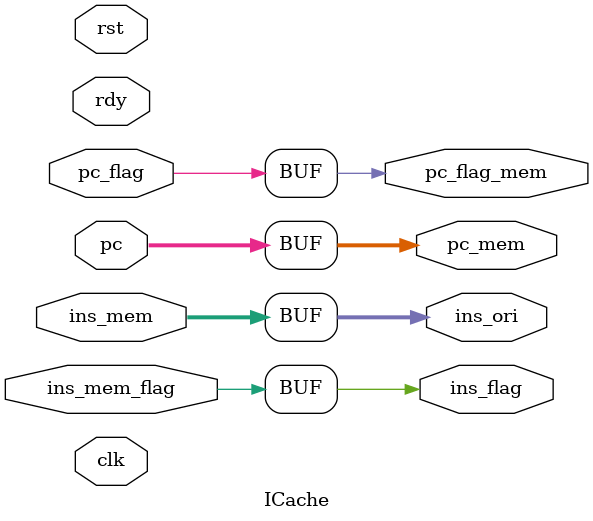
<source format=v>
`include "defines.v";
module ICache(
    input wire clk,rst,rdy,
    //IF
    output wire [31 : 0] ins_ori,
    output wire          ins_flag,
    input wire  [31 : 0] pc,
    input wire           pc_flag,
    //Mem
    output wire [31 : 0] pc_mem,
    output wire          pc_flag_mem,
    input wire  [31 : 0] ins_mem,
    input wire           ins_mem_flag
);
assign pc_flag_mem = pc_flag;
assign pc_mem = pc;
assign ins_ori = ins_mem;
assign ins_flag =  ins_mem_flag;
endmodule
</source>
